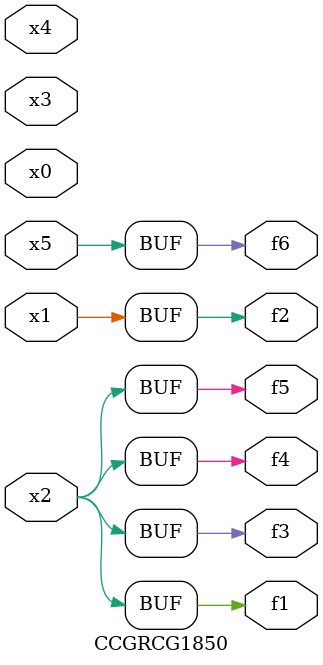
<source format=v>
module CCGRCG1850(
	input x0, x1, x2, x3, x4, x5,
	output f1, f2, f3, f4, f5, f6
);
	assign f1 = x2;
	assign f2 = x1;
	assign f3 = x2;
	assign f4 = x2;
	assign f5 = x2;
	assign f6 = x5;
endmodule

</source>
